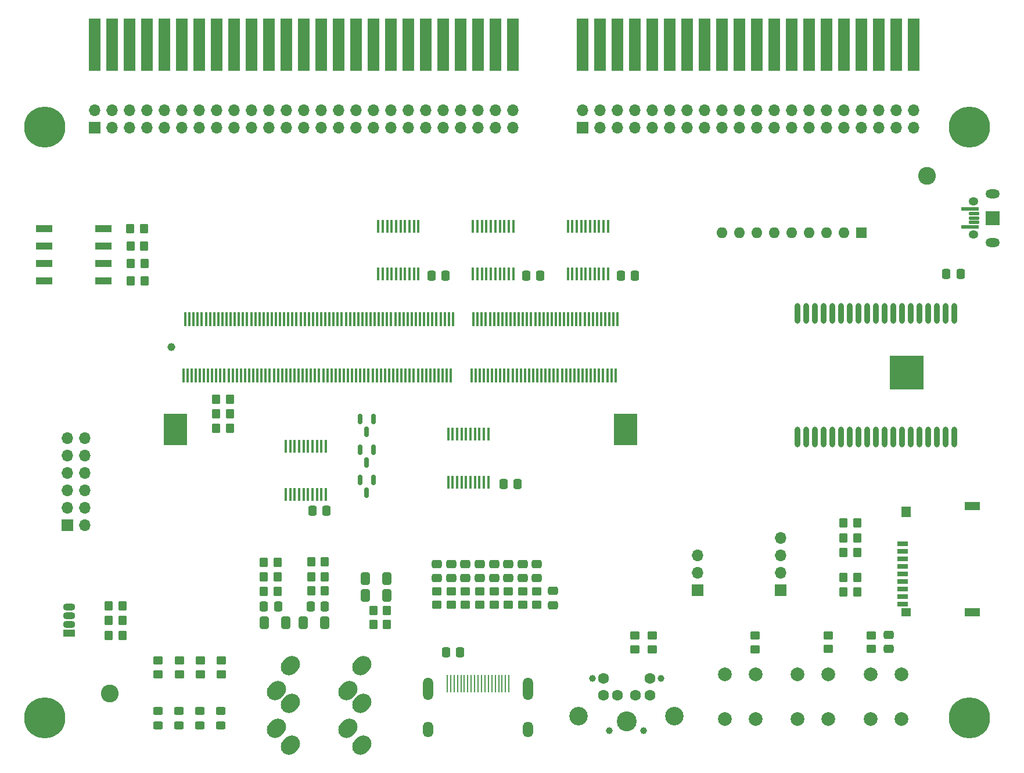
<source format=gbr>
%TF.GenerationSoftware,KiCad,Pcbnew,(6.0.11)*%
%TF.CreationDate,2023-10-08T14:30:42-07:00*%
%TF.ProjectId,TRS-IO++,5452532d-494f-42b2-9b2e-6b696361645f,rev?*%
%TF.SameCoordinates,Original*%
%TF.FileFunction,Soldermask,Top*%
%TF.FilePolarity,Negative*%
%FSLAX46Y46*%
G04 Gerber Fmt 4.6, Leading zero omitted, Abs format (unit mm)*
G04 Created by KiCad (PCBNEW (6.0.11)) date 2023-10-08 14:30:42*
%MOMM*%
%LPD*%
G01*
G04 APERTURE LIST*
G04 Aperture macros list*
%AMRoundRect*
0 Rectangle with rounded corners*
0 $1 Rounding radius*
0 $2 $3 $4 $5 $6 $7 $8 $9 X,Y pos of 4 corners*
0 Add a 4 corners polygon primitive as box body*
4,1,4,$2,$3,$4,$5,$6,$7,$8,$9,$2,$3,0*
0 Add four circle primitives for the rounded corners*
1,1,$1+$1,$2,$3*
1,1,$1+$1,$4,$5*
1,1,$1+$1,$6,$7*
1,1,$1+$1,$8,$9*
0 Add four rect primitives between the rounded corners*
20,1,$1+$1,$2,$3,$4,$5,0*
20,1,$1+$1,$4,$5,$6,$7,0*
20,1,$1+$1,$6,$7,$8,$9,0*
20,1,$1+$1,$8,$9,$2,$3,0*%
%AMHorizOval*
0 Thick line with rounded ends*
0 $1 width*
0 $2 $3 position (X,Y) of the first rounded end (center of the circle)*
0 $4 $5 position (X,Y) of the second rounded end (center of the circle)*
0 Add line between two ends*
20,1,$1,$2,$3,$4,$5,0*
0 Add two circle primitives to create the rounded ends*
1,1,$1,$2,$3*
1,1,$1,$4,$5*%
G04 Aperture macros list end*
%ADD10R,1.700000X1.700000*%
%ADD11O,1.700000X1.700000*%
%ADD12C,2.000000*%
%ADD13RoundRect,0.250000X0.350000X0.450000X-0.350000X0.450000X-0.350000X-0.450000X0.350000X-0.450000X0*%
%ADD14RoundRect,0.250000X-0.450000X0.350000X-0.450000X-0.350000X0.450000X-0.350000X0.450000X0.350000X0*%
%ADD15RoundRect,0.250000X0.450000X-0.350000X0.450000X0.350000X-0.450000X0.350000X-0.450000X-0.350000X0*%
%ADD16R,2.440000X1.120000*%
%ADD17RoundRect,0.250000X-0.350000X-0.450000X0.350000X-0.450000X0.350000X0.450000X-0.350000X0.450000X0*%
%ADD18RoundRect,0.250000X0.450000X-0.325000X0.450000X0.325000X-0.450000X0.325000X-0.450000X-0.325000X0*%
%ADD19RoundRect,0.250000X-0.337500X-0.475000X0.337500X-0.475000X0.337500X0.475000X-0.337500X0.475000X0*%
%ADD20RoundRect,0.250000X0.337500X0.475000X-0.337500X0.475000X-0.337500X-0.475000X0.337500X-0.475000X0*%
%ADD21C,2.600000*%
%ADD22C,0.800000*%
%ADD23C,6.000000*%
%ADD24RoundRect,0.250000X0.412500X0.650000X-0.412500X0.650000X-0.412500X-0.650000X0.412500X-0.650000X0*%
%ADD25RoundRect,0.250000X-0.475000X0.337500X-0.475000X-0.337500X0.475000X-0.337500X0.475000X0.337500X0*%
%ADD26HorizOval,2.400000X-0.212132X-0.212132X0.212132X0.212132X0*%
%ADD27RoundRect,0.150000X-0.150000X0.587500X-0.150000X-0.587500X0.150000X-0.587500X0.150000X0.587500X0*%
%ADD28R,0.280000X2.600000*%
%ADD29O,1.500000X3.300000*%
%ADD30O,1.500000X2.300000*%
%ADD31R,1.600000X0.700000*%
%ADD32R,1.400000X1.600000*%
%ADD33R,2.200000X1.200000*%
%ADD34R,1.400000X1.200000*%
%ADD35RoundRect,0.100000X-0.100000X0.850000X-0.100000X-0.850000X0.100000X-0.850000X0.100000X0.850000X0*%
%ADD36O,0.900000X3.000000*%
%ADD37R,5.000000X5.000000*%
%ADD38RoundRect,0.250000X0.475000X-0.337500X0.475000X0.337500X-0.475000X0.337500X-0.475000X-0.337500X0*%
%ADD39O,1.400000X1.200000*%
%ADD40RoundRect,0.050000X1.000000X-1.000000X1.000000X1.000000X-1.000000X1.000000X-1.000000X-1.000000X0*%
%ADD41O,2.100000X1.300000*%
%ADD42RoundRect,0.050000X1.250000X-0.200000X1.250000X0.200000X-1.250000X0.200000X-1.250000X-0.200000X0*%
%ADD43RoundRect,0.050000X0.675000X-0.200000X0.675000X0.200000X-0.675000X0.200000X-0.675000X-0.200000X0*%
%ADD44R,1.600000X1.600000*%
%ADD45O,1.600000X1.600000*%
%ADD46RoundRect,0.250000X-0.412500X-0.650000X0.412500X-0.650000X0.412500X0.650000X-0.412500X0.650000X0*%
%ADD47R,1.778000X7.620000*%
%ADD48R,1.800000X1.070000*%
%ADD49O,1.800000X1.070000*%
%ADD50C,1.600000*%
%ADD51C,1.000000*%
%ADD52C,2.900000*%
%ADD53C,2.700000*%
%ADD54C,1.150000*%
%ADD55R,0.350000X2.000000*%
%ADD56R,3.500000X4.600000*%
G04 APERTURE END LIST*
D10*
%TO.C,J13*%
X161188400Y-122870200D03*
D11*
X161188400Y-120330200D03*
X161188400Y-117790200D03*
%TD*%
D12*
%TO.C,SW4*%
X165100000Y-141629200D03*
X165100000Y-135129200D03*
X169600000Y-141629200D03*
X169600000Y-135129200D03*
%TD*%
D13*
%TO.C,R33*%
X80435500Y-70104000D03*
X78435500Y-70104000D03*
%TD*%
D14*
%TO.C,R39*%
X88662232Y-133112000D03*
X88662232Y-135112000D03*
%TD*%
D15*
%TO.C,R8*%
X129413000Y-125023800D03*
X129413000Y-123023800D03*
%TD*%
D14*
%TO.C,R40*%
X91723300Y-133112000D03*
X91723300Y-135112000D03*
%TD*%
D16*
%TO.C,SW3*%
X65935700Y-70104000D03*
X65935700Y-72644000D03*
X65935700Y-75184000D03*
X65935700Y-77724000D03*
X74545700Y-77724000D03*
X74545700Y-75184000D03*
X74545700Y-72644000D03*
X74545700Y-70104000D03*
%TD*%
D17*
%TO.C,R29*%
X90998800Y-95046800D03*
X92998800Y-95046800D03*
%TD*%
D18*
%TO.C,D3*%
X85570866Y-142569800D03*
X85570866Y-140519800D03*
%TD*%
D19*
%TO.C,C13*%
X97920900Y-125272800D03*
X99995900Y-125272800D03*
%TD*%
D20*
%TO.C,C16*%
X134919850Y-107340400D03*
X132844850Y-107340400D03*
%TD*%
D15*
%TO.C,R10*%
X125247400Y-125023800D03*
X125247400Y-123023800D03*
%TD*%
D13*
%TO.C,R35*%
X80537100Y-75184000D03*
X78537100Y-75184000D03*
%TD*%
D18*
%TO.C,D2*%
X82539800Y-142569800D03*
X82539800Y-140519800D03*
%TD*%
D15*
%TO.C,R7*%
X131495800Y-125023800D03*
X131495800Y-123023800D03*
%TD*%
D14*
%TO.C,R14*%
X169570400Y-129505200D03*
X169570400Y-131505200D03*
%TD*%
D21*
%TO.C,H5*%
X75438000Y-137922000D03*
%TD*%
D22*
%TO.C,H3*%
X202387690Y-139887010D03*
X203046700Y-141478000D03*
X199205710Y-143068990D03*
D23*
X200796700Y-141478000D03*
D22*
X200796700Y-143728000D03*
X202387690Y-143068990D03*
X200796700Y-139228000D03*
X198546700Y-141478000D03*
X199205710Y-139887010D03*
%TD*%
D17*
%TO.C,R16*%
X182423100Y-120967500D03*
X184423100Y-120967500D03*
%TD*%
D24*
%TO.C,C12*%
X115876699Y-121167999D03*
X112751699Y-121167999D03*
%TD*%
D25*
%TO.C,C6*%
X127330200Y-119049300D03*
X127330200Y-121124300D03*
%TD*%
D13*
%TO.C,R34*%
X80486300Y-72644000D03*
X78486300Y-72644000D03*
%TD*%
%TO.C,R2*%
X77301600Y-125120400D03*
X75301600Y-125120400D03*
%TD*%
D25*
%TO.C,C4*%
X131495800Y-119049300D03*
X131495800Y-121124300D03*
%TD*%
D15*
%TO.C,R31*%
X154533600Y-131462400D03*
X154533600Y-129462400D03*
%TD*%
D25*
%TO.C,C3*%
X133578600Y-119049300D03*
X133578600Y-121124300D03*
%TD*%
%TO.C,C7*%
X125247400Y-119049300D03*
X125247400Y-121124300D03*
%TD*%
D22*
%TO.C,H2*%
X198546700Y-55321200D03*
X202387690Y-53730210D03*
X200796700Y-57571200D03*
X199205710Y-53730210D03*
X203046700Y-55321200D03*
X199205710Y-56912190D03*
X202387690Y-56912190D03*
D23*
X200796700Y-55321200D03*
D22*
X200796700Y-53071200D03*
%TD*%
D17*
%TO.C,R25*%
X104816400Y-120889800D03*
X106816400Y-120889800D03*
%TD*%
D13*
%TO.C,R27*%
X106816400Y-122986800D03*
X104816400Y-122986800D03*
%TD*%
D25*
%TO.C,C1*%
X137744200Y-119049300D03*
X137744200Y-121124300D03*
%TD*%
D12*
%TO.C,SW2*%
X175727350Y-135129200D03*
X175727350Y-141629200D03*
X180227350Y-141629200D03*
X180227350Y-135129200D03*
%TD*%
D10*
%TO.C,J2*%
X144413700Y-55422800D03*
D11*
X144413700Y-52882800D03*
X146953700Y-55422800D03*
X146953700Y-52882800D03*
X149493700Y-55422800D03*
X149493700Y-52882800D03*
X152033700Y-55422800D03*
X152033700Y-52882800D03*
X154573700Y-55422800D03*
X154573700Y-52882800D03*
X157113700Y-55422800D03*
X157113700Y-52882800D03*
X159653700Y-55422800D03*
X159653700Y-52882800D03*
X162193700Y-55422800D03*
X162193700Y-52882800D03*
X164733700Y-55422800D03*
X164733700Y-52882800D03*
X167273700Y-55422800D03*
X167273700Y-52882800D03*
X169813700Y-55422800D03*
X169813700Y-52882800D03*
X172353700Y-55422800D03*
X172353700Y-52882800D03*
X174893700Y-55422800D03*
X174893700Y-52882800D03*
X177433700Y-55422800D03*
X177433700Y-52882800D03*
X179973700Y-55422800D03*
X179973700Y-52882800D03*
X182513700Y-55422800D03*
X182513700Y-52882800D03*
X185053700Y-55422800D03*
X185053700Y-52882800D03*
X187593700Y-55422800D03*
X187593700Y-52882800D03*
X190133700Y-55422800D03*
X190133700Y-52882800D03*
X192673700Y-55422800D03*
X192673700Y-52882800D03*
%TD*%
D26*
%TO.C,J10*%
X110217200Y-137540400D03*
X112217200Y-139340400D03*
X112217200Y-145440400D03*
X110217200Y-143040400D03*
X112217200Y-133840400D03*
%TD*%
D20*
%TO.C,C19*%
X124415000Y-76962000D03*
X122340000Y-76962000D03*
%TD*%
D25*
%TO.C,C8*%
X123164600Y-119049300D03*
X123164600Y-121124300D03*
%TD*%
D19*
%TO.C,C23*%
X124463900Y-131961300D03*
X126538900Y-131961300D03*
%TD*%
D27*
%TO.C,Q3*%
X113878400Y-97919300D03*
X111978400Y-97919300D03*
X112928400Y-99794300D03*
%TD*%
D28*
%TO.C,J7*%
X133659000Y-136468600D03*
X133159000Y-136468600D03*
X132659000Y-136468600D03*
X132159000Y-136468600D03*
X131659000Y-136468600D03*
X131159000Y-136468600D03*
X130659000Y-136468600D03*
X130159000Y-136468600D03*
X129659000Y-136468600D03*
X129159000Y-136468600D03*
X128659000Y-136468600D03*
X128159000Y-136468600D03*
X127659000Y-136468600D03*
X127159000Y-136468600D03*
X126659000Y-136468600D03*
X126159000Y-136468600D03*
X125659000Y-136468600D03*
X125159000Y-136468600D03*
X124659000Y-136468600D03*
D29*
X136409000Y-137228600D03*
D30*
X121909000Y-143188600D03*
X136409000Y-143188600D03*
D29*
X121909000Y-137228600D03*
%TD*%
D13*
%TO.C,R20*%
X99907600Y-120904000D03*
X97907600Y-120904000D03*
%TD*%
D31*
%TO.C,J9*%
X191070000Y-116113200D03*
X191070000Y-117213200D03*
X191070000Y-118313200D03*
X191070000Y-119413200D03*
X191070000Y-120513200D03*
X191070000Y-121613200D03*
X191070000Y-122713200D03*
X191070000Y-123813200D03*
X191070000Y-124913200D03*
D32*
X191570000Y-111463200D03*
D33*
X201170000Y-110563200D03*
X201170000Y-126063200D03*
D34*
X191570000Y-126063200D03*
%TD*%
D25*
%TO.C,C9*%
X189026800Y-129366100D03*
X189026800Y-131441100D03*
%TD*%
D13*
%TO.C,R36*%
X80537100Y-77724000D03*
X78537100Y-77724000D03*
%TD*%
D10*
%TO.C,J8*%
X173255166Y-122892600D03*
D11*
X173255166Y-120352600D03*
X173255166Y-117812600D03*
X173255166Y-115272600D03*
%TD*%
D17*
%TO.C,R17*%
X182423100Y-115214400D03*
X184423100Y-115214400D03*
%TD*%
%TO.C,R26*%
X90998800Y-99212400D03*
X92998800Y-99212400D03*
%TD*%
D27*
%TO.C,Q4*%
X113878400Y-102338900D03*
X111978400Y-102338900D03*
X112928400Y-104213900D03*
%TD*%
D12*
%TO.C,SW1*%
X186354700Y-135129200D03*
X186354700Y-141629200D03*
X190854700Y-141629200D03*
X190854700Y-135129200D03*
%TD*%
D15*
%TO.C,R32*%
X151993600Y-131462400D03*
X151993600Y-129462400D03*
%TD*%
D10*
%TO.C,J5*%
X69322000Y-113411400D03*
D11*
X71862000Y-113411400D03*
X69322000Y-110871400D03*
X71862000Y-110871400D03*
X69322000Y-108331400D03*
X71862000Y-108331400D03*
X69322000Y-105791400D03*
X71862000Y-105791400D03*
X69322000Y-103251400D03*
X71862000Y-103251400D03*
X69322000Y-100711400D03*
X71862000Y-100711400D03*
%TD*%
D17*
%TO.C,R18*%
X182423100Y-113080800D03*
X184423100Y-113080800D03*
%TD*%
%TO.C,R19*%
X182438800Y-123139200D03*
X184438800Y-123139200D03*
%TD*%
D13*
%TO.C,R1*%
X77301600Y-129438400D03*
X75301600Y-129438400D03*
%TD*%
D35*
%TO.C,U3*%
X148095700Y-69753600D03*
X147445700Y-69753600D03*
X146795700Y-69753600D03*
X146145700Y-69753600D03*
X145495700Y-69753600D03*
X144845700Y-69753600D03*
X144195700Y-69753600D03*
X143545700Y-69753600D03*
X142895700Y-69753600D03*
X142245700Y-69753600D03*
X142245700Y-76753600D03*
X142895700Y-76753600D03*
X143545700Y-76753600D03*
X144195700Y-76753600D03*
X144845700Y-76753600D03*
X145495700Y-76753600D03*
X146145700Y-76753600D03*
X146795700Y-76753600D03*
X147445700Y-76753600D03*
X148095700Y-76753600D03*
%TD*%
D26*
%TO.C,J6*%
X99803200Y-137540400D03*
X101803200Y-139340400D03*
X101803200Y-145440400D03*
X99803200Y-143040400D03*
X101803200Y-133840400D03*
%TD*%
D18*
%TO.C,D4*%
X88601932Y-142569800D03*
X88601932Y-140519800D03*
%TD*%
D35*
%TO.C,U4*%
X130660550Y-100132000D03*
X130010550Y-100132000D03*
X129360550Y-100132000D03*
X128710550Y-100132000D03*
X128060550Y-100132000D03*
X127410550Y-100132000D03*
X126760550Y-100132000D03*
X126110550Y-100132000D03*
X125460550Y-100132000D03*
X124810550Y-100132000D03*
X124810550Y-107132000D03*
X125460550Y-107132000D03*
X126110550Y-107132000D03*
X126760550Y-107132000D03*
X127410550Y-107132000D03*
X128060550Y-107132000D03*
X128710550Y-107132000D03*
X129360550Y-107132000D03*
X130010550Y-107132000D03*
X130660550Y-107132000D03*
%TD*%
D36*
%TO.C,U1*%
X198565900Y-82490800D03*
X197295900Y-82490800D03*
X196025900Y-82490800D03*
X194755900Y-82490800D03*
X193485900Y-82490800D03*
X192215900Y-82490800D03*
X190945900Y-82490800D03*
X189675900Y-82490800D03*
X188405900Y-82490800D03*
X187135900Y-82490800D03*
X185865900Y-82490800D03*
X184595900Y-82490800D03*
X183325900Y-82490800D03*
X182055900Y-82490800D03*
X180755900Y-82490800D03*
X179485900Y-82490800D03*
X178215900Y-82490800D03*
X176945900Y-82490800D03*
X175675900Y-82490800D03*
X175675900Y-100490800D03*
X176945900Y-100490800D03*
X178215900Y-100490800D03*
X179485900Y-100490800D03*
X180755900Y-100490800D03*
X182055900Y-100520800D03*
X183325900Y-100520800D03*
X184595900Y-100520800D03*
X185865900Y-100520800D03*
X187135900Y-100520800D03*
X188405900Y-100520800D03*
X189675900Y-100520800D03*
X190945900Y-100520800D03*
X192215900Y-100520800D03*
X193485900Y-100520800D03*
X194755900Y-100520800D03*
X196025900Y-100520800D03*
X197295900Y-100520800D03*
X198565900Y-100520800D03*
D22*
X189655900Y-90090800D03*
X192655900Y-90090800D03*
X192655900Y-91090800D03*
X189655900Y-91090800D03*
X193655900Y-93090800D03*
X193655900Y-89090800D03*
X189655900Y-92090800D03*
X190655900Y-91090800D03*
X191655900Y-93090800D03*
X189655900Y-93090800D03*
X189655900Y-89090800D03*
X191655900Y-92090800D03*
X191655900Y-91090800D03*
X193655900Y-91090800D03*
D37*
X191645900Y-91090800D03*
D22*
X192655900Y-93090800D03*
X190655900Y-93090800D03*
X190655900Y-89090800D03*
X192655900Y-92090800D03*
X193655900Y-92090800D03*
X192655900Y-89090800D03*
X190655900Y-90090800D03*
X191655900Y-90090800D03*
X193655900Y-90090800D03*
X191655900Y-89090800D03*
X190655900Y-92090800D03*
%TD*%
D38*
%TO.C,C21*%
X140106400Y-125061300D03*
X140106400Y-122986300D03*
%TD*%
D14*
%TO.C,R30*%
X180171900Y-129454400D03*
X180171900Y-131454400D03*
%TD*%
D22*
%TO.C,H1*%
X66024300Y-57520400D03*
X64433310Y-56861390D03*
X68274300Y-55270400D03*
D23*
X66024300Y-55270400D03*
D22*
X64433310Y-53679410D03*
X67615290Y-56861390D03*
X67615290Y-53679410D03*
X66024300Y-53020400D03*
X63774300Y-55270400D03*
%TD*%
D17*
%TO.C,R13*%
X97907600Y-118770400D03*
X99907600Y-118770400D03*
%TD*%
D27*
%TO.C,Q5*%
X113878400Y-106758500D03*
X111978400Y-106758500D03*
X112928400Y-108633500D03*
%TD*%
D25*
%TO.C,C5*%
X129413000Y-119049300D03*
X129413000Y-121124300D03*
%TD*%
D14*
%TO.C,R12*%
X186436000Y-129454400D03*
X186436000Y-131454400D03*
%TD*%
D13*
%TO.C,R22*%
X115874800Y-125841599D03*
X113874800Y-125841599D03*
%TD*%
D20*
%TO.C,C15*%
X106803100Y-125222000D03*
X104728100Y-125222000D03*
%TD*%
D39*
%TO.C,J12*%
X201374000Y-66155000D03*
D40*
X204124000Y-68580000D03*
D41*
X204124000Y-72155000D03*
X204124000Y-65005000D03*
D39*
X201374000Y-71005000D03*
D42*
X200872800Y-69880000D03*
D43*
X201449000Y-69230000D03*
X201449000Y-68580000D03*
X201449000Y-67930000D03*
D42*
X200872800Y-67280000D03*
%TD*%
D20*
%TO.C,C11*%
X152050200Y-76962000D03*
X149975200Y-76962000D03*
%TD*%
D17*
%TO.C,R28*%
X90998800Y-97129600D03*
X92998800Y-97129600D03*
%TD*%
D44*
%TO.C,RN1*%
X185028600Y-70713600D03*
D45*
X182488600Y-70713600D03*
X179948600Y-70713600D03*
X177408600Y-70713600D03*
X174868600Y-70713600D03*
X172328600Y-70713600D03*
X169788600Y-70713600D03*
X167248600Y-70713600D03*
X164708600Y-70713600D03*
%TD*%
D46*
%TO.C,C20*%
X103644300Y-127609600D03*
X106769300Y-127609600D03*
%TD*%
D15*
%TO.C,R4*%
X137744200Y-125023800D03*
X137744200Y-123023800D03*
%TD*%
D20*
%TO.C,C24*%
X199497400Y-76758800D03*
X197422400Y-76758800D03*
%TD*%
D14*
%TO.C,R38*%
X85601166Y-133112000D03*
X85601166Y-135112000D03*
%TD*%
D47*
%TO.C,J4*%
X144408700Y-43281600D03*
X146948700Y-43281600D03*
X149488700Y-43281600D03*
X152028700Y-43281600D03*
X154568700Y-43281600D03*
X157108700Y-43281600D03*
X159648700Y-43281600D03*
X162188700Y-43281600D03*
X164728700Y-43281600D03*
X167268700Y-43281600D03*
X169808700Y-43281600D03*
X172348700Y-43281600D03*
X174888700Y-43281600D03*
X177428700Y-43281600D03*
X179968700Y-43281600D03*
X182508700Y-43281600D03*
X185048700Y-43281600D03*
X187588700Y-43281600D03*
X190128700Y-43281600D03*
X192668700Y-43281600D03*
%TD*%
%TO.C,J3*%
X73263300Y-43281600D03*
X75803300Y-43281600D03*
X78343300Y-43281600D03*
X80883300Y-43281600D03*
X83423300Y-43281600D03*
X85963300Y-43281600D03*
X88503300Y-43281600D03*
X91043300Y-43281600D03*
X93583300Y-43281600D03*
X96123300Y-43281600D03*
X98663300Y-43281600D03*
X101203300Y-43281600D03*
X103743300Y-43281600D03*
X106283300Y-43281600D03*
X108823300Y-43281600D03*
X111363300Y-43281600D03*
X113903300Y-43281600D03*
X116443300Y-43281600D03*
X118983300Y-43281600D03*
X121523300Y-43281600D03*
X124063300Y-43281600D03*
X126603300Y-43281600D03*
X129143300Y-43281600D03*
X131683300Y-43281600D03*
X134223300Y-43281600D03*
%TD*%
D17*
%TO.C,R23*%
X97907600Y-123037600D03*
X99907600Y-123037600D03*
%TD*%
D35*
%TO.C,U2*%
X134278100Y-69753600D03*
X133628100Y-69753600D03*
X132978100Y-69753600D03*
X132328100Y-69753600D03*
X131678100Y-69753600D03*
X131028100Y-69753600D03*
X130378100Y-69753600D03*
X129728100Y-69753600D03*
X129078100Y-69753600D03*
X128428100Y-69753600D03*
X128428100Y-76753600D03*
X129078100Y-76753600D03*
X129728100Y-76753600D03*
X130378100Y-76753600D03*
X131028100Y-76753600D03*
X131678100Y-76753600D03*
X132328100Y-76753600D03*
X132978100Y-76753600D03*
X133628100Y-76753600D03*
X134278100Y-76753600D03*
%TD*%
D25*
%TO.C,C2*%
X135661400Y-119049300D03*
X135661400Y-121124300D03*
%TD*%
D48*
%TO.C,D1*%
X69543200Y-129156000D03*
D49*
X69543200Y-127886000D03*
X69543200Y-126616000D03*
X69543200Y-125346000D03*
%TD*%
D50*
%TO.C,J11*%
X152109500Y-138232700D03*
X149509500Y-138232700D03*
X154209500Y-138232700D03*
X147409500Y-138232700D03*
X154209500Y-135732700D03*
X147409500Y-135732700D03*
D51*
X153309500Y-143332700D03*
X148309500Y-143332700D03*
X155809500Y-135732700D03*
X145809500Y-135732700D03*
D52*
X150809500Y-142032700D03*
D53*
X157809500Y-141232700D03*
X143809500Y-141232700D03*
%TD*%
D54*
%TO.C,Conn1*%
X84440300Y-87422900D03*
D55*
X149490300Y-83322900D03*
X149190300Y-91522900D03*
X148890300Y-83322900D03*
X148590300Y-91522900D03*
X148290300Y-83322900D03*
X147990300Y-91522900D03*
X147690300Y-83322900D03*
X147390300Y-91522900D03*
X147090300Y-83322900D03*
X146790300Y-91522900D03*
X146490300Y-83322900D03*
X146190300Y-91522900D03*
X145890300Y-83322900D03*
X145590300Y-91522900D03*
X145290300Y-83322900D03*
X144990300Y-91522900D03*
X144690300Y-83322900D03*
X144390300Y-91522900D03*
X144090300Y-83322900D03*
X143790300Y-91522900D03*
X143490300Y-83322900D03*
X143190300Y-91522900D03*
X142890300Y-83322900D03*
X142590300Y-91522900D03*
X142290300Y-83322900D03*
X141990300Y-91522900D03*
X141690300Y-83322900D03*
X141390300Y-91522900D03*
X141090300Y-83322900D03*
X140790300Y-91522900D03*
X140490300Y-83322900D03*
X140190300Y-91522900D03*
X139890300Y-83322900D03*
X139590300Y-91522900D03*
X139290300Y-83322900D03*
X138990300Y-91522900D03*
X138690300Y-83322900D03*
X138390300Y-91522900D03*
X138090300Y-83322900D03*
X137790300Y-91522900D03*
X137490300Y-83322900D03*
X137190300Y-91522900D03*
X136890300Y-83322900D03*
X136590300Y-91522900D03*
X136290300Y-83322900D03*
X135990300Y-91522900D03*
X135690300Y-83322900D03*
X135390300Y-91522900D03*
X135090300Y-83322900D03*
X134790300Y-91522900D03*
X134490300Y-83322900D03*
X134190300Y-91522900D03*
X133890300Y-83322900D03*
X133590300Y-91522900D03*
X133290300Y-83322900D03*
X132990300Y-91522900D03*
X132690300Y-83322900D03*
X132390300Y-91522900D03*
X132090300Y-83322900D03*
X131790300Y-91522900D03*
X131490300Y-83322900D03*
X131190300Y-91522900D03*
X130890300Y-83322900D03*
X130590300Y-91522900D03*
X130290300Y-83322900D03*
X129990300Y-91522900D03*
X129690300Y-83322900D03*
X129390300Y-91522900D03*
X129090300Y-83322900D03*
X128790300Y-91522900D03*
X128490300Y-83322900D03*
X128190300Y-91522900D03*
X125490300Y-83322900D03*
X125190300Y-91522900D03*
X124890300Y-83322900D03*
X124590300Y-91522900D03*
X124290300Y-83322900D03*
X123990300Y-91522900D03*
X123690300Y-83322900D03*
X123390300Y-91522900D03*
X123090300Y-83322900D03*
X122790300Y-91522900D03*
X122490300Y-83322900D03*
X122190300Y-91522900D03*
X121890300Y-83322900D03*
X121590300Y-91522900D03*
X121290300Y-83322900D03*
X120990300Y-91522900D03*
X120690300Y-83322900D03*
X120390300Y-91522900D03*
X120090300Y-83322900D03*
X119790300Y-91522900D03*
X119490300Y-83322900D03*
X119190300Y-91522900D03*
X118890300Y-83322900D03*
X118590300Y-91522900D03*
X118290300Y-83322900D03*
X117990300Y-91522900D03*
X117690300Y-83322900D03*
X117390300Y-91522900D03*
X117090300Y-83322900D03*
X116790300Y-91522900D03*
X116490300Y-83322900D03*
X116190300Y-91522900D03*
X115890300Y-83322900D03*
X115590300Y-91522900D03*
X115290300Y-83322900D03*
X114990300Y-91522900D03*
X114690300Y-83322900D03*
X114390300Y-91522900D03*
X114090300Y-83322900D03*
X113790300Y-91522900D03*
X113490300Y-83322900D03*
X113190300Y-91522900D03*
X112890300Y-83322900D03*
X112590300Y-91522900D03*
X112290300Y-83322900D03*
X111990300Y-91522900D03*
X111690300Y-83322900D03*
X111390300Y-91522900D03*
X111090300Y-83322900D03*
X110790300Y-91522900D03*
X110490300Y-83322900D03*
X110190300Y-91522900D03*
X109890300Y-83322900D03*
X109590300Y-91522900D03*
X109290300Y-83322900D03*
X108990300Y-91522900D03*
X108690300Y-83322900D03*
X108390300Y-91522900D03*
X108090300Y-83322900D03*
X107790300Y-91522900D03*
X107490300Y-83322900D03*
X107190300Y-91522900D03*
X106890300Y-83322900D03*
X106590300Y-91522900D03*
X106290300Y-83322900D03*
X105990300Y-91522900D03*
X105690300Y-83322900D03*
X105390300Y-91522900D03*
X105090300Y-83322900D03*
X104790300Y-91522900D03*
X104490300Y-83322900D03*
X104190300Y-91522900D03*
X103890300Y-83322900D03*
X103590300Y-91522900D03*
X103290300Y-83322900D03*
X102990300Y-91522900D03*
X102690300Y-83322900D03*
X102390300Y-91522900D03*
X102090300Y-83322900D03*
X101790300Y-91522900D03*
X101490300Y-83322900D03*
X101190300Y-91522900D03*
X100890300Y-83322900D03*
X100590300Y-91522900D03*
X100290300Y-83322900D03*
X99990300Y-91522900D03*
X99690300Y-83322900D03*
X99390300Y-91522900D03*
X99090300Y-83322900D03*
X98790300Y-91522900D03*
X98490300Y-83322900D03*
X98190300Y-91522900D03*
X97890300Y-83322900D03*
X97590300Y-91522900D03*
X97290300Y-83322900D03*
X96990300Y-91522900D03*
X96690300Y-83322900D03*
X96390300Y-91522900D03*
X96090300Y-83322900D03*
X95790300Y-91522900D03*
X95490300Y-83322900D03*
X95190300Y-91522900D03*
X94890300Y-83322900D03*
X94590300Y-91522900D03*
X94290300Y-83322900D03*
X93990300Y-91522900D03*
X93690300Y-83322900D03*
X93390300Y-91522900D03*
X93090300Y-83322900D03*
X92790300Y-91522900D03*
X92490300Y-83322900D03*
X92190300Y-91522900D03*
X91890300Y-83322900D03*
X91590300Y-91522900D03*
X91290300Y-83322900D03*
X90990300Y-91522900D03*
X90690300Y-83322900D03*
X90390300Y-91522900D03*
X90090300Y-83322900D03*
X89790300Y-91522900D03*
X89490300Y-83322900D03*
X89190300Y-91522900D03*
X88890300Y-83322900D03*
X88590300Y-91522900D03*
X88290300Y-83322900D03*
X87990300Y-91522900D03*
X87690300Y-83322900D03*
X87390300Y-91522900D03*
X87090300Y-83322900D03*
X86790300Y-91522900D03*
X86490300Y-83322900D03*
X86190300Y-91522900D03*
D56*
X150640300Y-99422900D03*
X85040300Y-99422900D03*
%TD*%
D14*
%TO.C,R37*%
X82540100Y-133112000D03*
X82540100Y-135112000D03*
%TD*%
D15*
%TO.C,R5*%
X135661400Y-125023800D03*
X135661400Y-123023800D03*
%TD*%
D13*
%TO.C,R24*%
X106816400Y-118719600D03*
X104816400Y-118719600D03*
%TD*%
D24*
%TO.C,C17*%
X101130500Y-127609600D03*
X98005500Y-127609600D03*
%TD*%
D13*
%TO.C,R3*%
X77301600Y-127254000D03*
X75301600Y-127254000D03*
%TD*%
D10*
%TO.C,J1*%
X73237900Y-55422800D03*
D11*
X73237900Y-52882800D03*
X75777900Y-55422800D03*
X75777900Y-52882800D03*
X78317900Y-55422800D03*
X78317900Y-52882800D03*
X80857900Y-55422800D03*
X80857900Y-52882800D03*
X83397900Y-55422800D03*
X83397900Y-52882800D03*
X85937900Y-55422800D03*
X85937900Y-52882800D03*
X88477900Y-55422800D03*
X88477900Y-52882800D03*
X91017900Y-55422800D03*
X91017900Y-52882800D03*
X93557900Y-55422800D03*
X93557900Y-52882800D03*
X96097900Y-55422800D03*
X96097900Y-52882800D03*
X98637900Y-55422800D03*
X98637900Y-52882800D03*
X101177900Y-55422800D03*
X101177900Y-52882800D03*
X103717900Y-55422800D03*
X103717900Y-52882800D03*
X106257900Y-55422800D03*
X106257900Y-52882800D03*
X108797900Y-55422800D03*
X108797900Y-52882800D03*
X111337900Y-55422800D03*
X111337900Y-52882800D03*
X113877900Y-55422800D03*
X113877900Y-52882800D03*
X116417900Y-55422800D03*
X116417900Y-52882800D03*
X118957900Y-55422800D03*
X118957900Y-52882800D03*
X121497900Y-55422800D03*
X121497900Y-52882800D03*
X124037900Y-55422800D03*
X124037900Y-52882800D03*
X126577900Y-55422800D03*
X126577900Y-52882800D03*
X129117900Y-55422800D03*
X129117900Y-52882800D03*
X131657900Y-55422800D03*
X131657900Y-52882800D03*
X134197900Y-55422800D03*
X134197900Y-52882800D03*
%TD*%
D21*
%TO.C,H6*%
X194564000Y-62433200D03*
%TD*%
D18*
%TO.C,D5*%
X91633000Y-142569800D03*
X91633000Y-140519800D03*
%TD*%
D15*
%TO.C,R11*%
X123164600Y-125023800D03*
X123164600Y-123023800D03*
%TD*%
%TO.C,R9*%
X127330200Y-125023800D03*
X127330200Y-123023800D03*
%TD*%
D20*
%TO.C,C18*%
X107057100Y-111302800D03*
X104982100Y-111302800D03*
%TD*%
D35*
%TO.C,U5*%
X106963400Y-101910000D03*
X106313400Y-101910000D03*
X105663400Y-101910000D03*
X105013400Y-101910000D03*
X104363400Y-101910000D03*
X103713400Y-101910000D03*
X103063400Y-101910000D03*
X102413400Y-101910000D03*
X101763400Y-101910000D03*
X101113400Y-101910000D03*
X101113400Y-108910000D03*
X101763400Y-108910000D03*
X102413400Y-108910000D03*
X103063400Y-108910000D03*
X103713400Y-108910000D03*
X104363400Y-108910000D03*
X105013400Y-108910000D03*
X105663400Y-108910000D03*
X106313400Y-108910000D03*
X106963400Y-108910000D03*
%TD*%
D22*
%TO.C,H4*%
X66024300Y-143728000D03*
X68274300Y-141478000D03*
X64433310Y-139887010D03*
X66024300Y-139228000D03*
X64433310Y-143068990D03*
X67615290Y-143068990D03*
D23*
X66024300Y-141478000D03*
D22*
X63774300Y-141478000D03*
X67615290Y-139887010D03*
%TD*%
D20*
%TO.C,C10*%
X138232600Y-76962000D03*
X136157600Y-76962000D03*
%TD*%
D17*
%TO.C,R15*%
X182423100Y-117348000D03*
X184423100Y-117348000D03*
%TD*%
D15*
%TO.C,R6*%
X133578600Y-125023800D03*
X133578600Y-123023800D03*
%TD*%
D17*
%TO.C,R21*%
X113874800Y-127873599D03*
X115874800Y-127873599D03*
%TD*%
D35*
%TO.C,U6*%
X120460500Y-69753600D03*
X119810500Y-69753600D03*
X119160500Y-69753600D03*
X118510500Y-69753600D03*
X117860500Y-69753600D03*
X117210500Y-69753600D03*
X116560500Y-69753600D03*
X115910500Y-69753600D03*
X115260500Y-69753600D03*
X114610500Y-69753600D03*
X114610500Y-76753600D03*
X115260500Y-76753600D03*
X115910500Y-76753600D03*
X116560500Y-76753600D03*
X117210500Y-76753600D03*
X117860500Y-76753600D03*
X118510500Y-76753600D03*
X119160500Y-76753600D03*
X119810500Y-76753600D03*
X120460500Y-76753600D03*
%TD*%
D46*
%TO.C,C14*%
X112751699Y-123606399D03*
X115876699Y-123606399D03*
%TD*%
M02*

</source>
